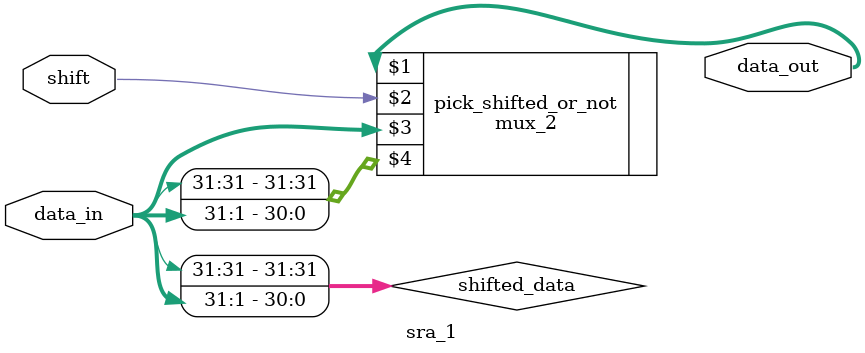
<source format=v>
module sra_1(data_out, data_in, shift);
    input [31:0] data_in;
    input shift;

    output [31:0] data_out;

    wire [31:0] shifted_data;

    assign shifted_data[31] = data_in[31];
    assign shifted_data[30:0] = data_in[31:1];

    mux_2 pick_shifted_or_not(data_out, shift, data_in, shifted_data);

endmodule
</source>
